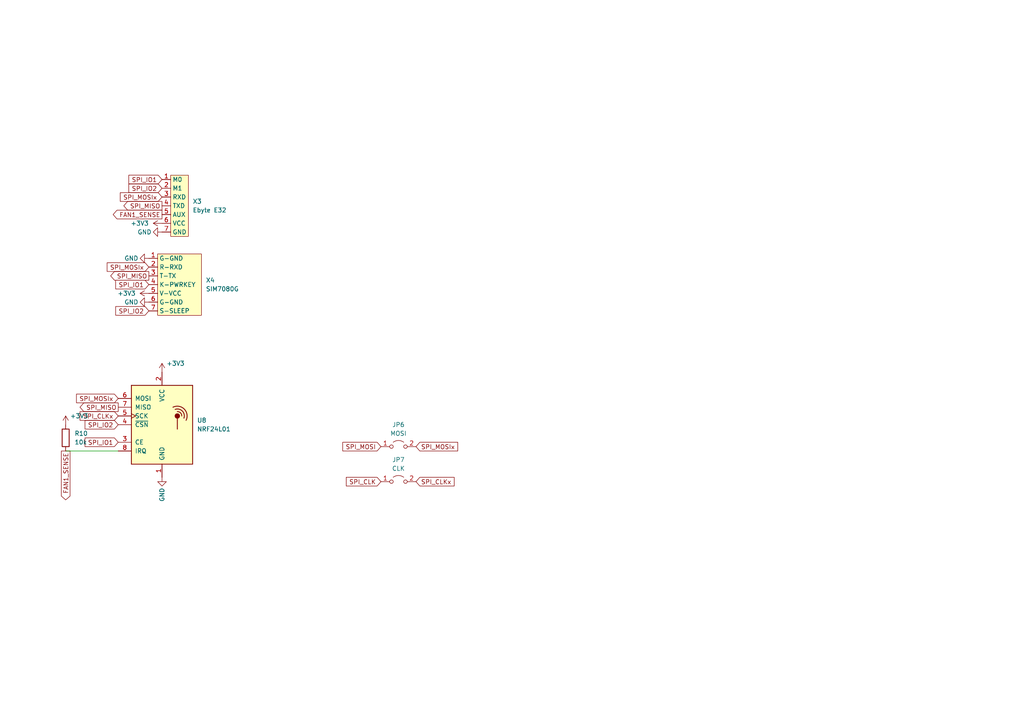
<source format=kicad_sch>
(kicad_sch (version 20230121) (generator eeschema)
  (paper "A4")
  (lib_symbols
    (symbol "Device:R" (pin_numbers hide) (pin_names (offset 0))
      (property "Reference" "R" (at 2.032 0 90))
      (property "Value" "R" (at 0 0 90))
      (symbol "R_0_1"
        (rectangle (start -1.016 -2.54) (end 1.016 2.54) (stroke (width 0.254)))
      )
      (symbol "R_1_1"
        (pin passive line (at 0 3.81 270) (length 1.27) (name "~") (number "1"))
        (pin passive line (at 0 -3.81 90) (length 1.27) (name "~") (number "2"))
      )
    )
    (symbol "Jumper:Jumper_2_Open" (pin_names (offset 0) hide)
      (property "Reference" "JP" (at 0 2.794 0))
      (property "Value" "Jumper_2_Open" (at 0 -2.286 0))
      (symbol "Jumper_2_Open_0_0"
        (circle (center -2.032 0) (radius 0.508))
        (circle (center 2.032 0) (radius 0.508))
      )
      (symbol "Jumper_2_Open_0_1"
        (arc (start 1.524 1.27) (mid 0 1.778) (end -1.524 1.27))
      )
      (symbol "Jumper_2_Open_1_1"
        (pin passive line (at -5.08 0 0) (length 2.54) (name "A") (number "1"))
        (pin passive line (at 5.08 0 180) (length 2.54) (name "B") (number "2"))
      )
    )
    (symbol "RF:NRF24L01_Breakout" (pin_names (offset 1.016))
      (property "Reference" "U" (at -8.89 12.7 0))
      (property "Value" "NRF24L01_Breakout" (at 3.81 12.7 0))
      (symbol "NRF24L01_Breakout_0_1"
        (rectangle (start -8.89 11.43) (end 8.89 -11.43) (stroke (width 0.254)) (fill (type background)))
        (polyline (pts (xy 4.445 1.905) (xy 4.445 -1.27)) (stroke (width 0.254)))
        (circle (center 4.445 2.54) (radius 0.635) (stroke (width 0.254)) (fill (type outline)))
        (arc (start 5.715 2.54) (mid 5.3521 3.4546) (end 4.445 3.81) (stroke (width 0.254)))
        (arc (start 6.35 1.905) (mid 5.8763 3.9854) (end 3.81 4.445) (stroke (width 0.254)))
        (arc (start 6.985 1.27) (mid 6.453 4.548) (end 3.175 5.08) (stroke (width 0.254)))
      )
      (symbol "NRF24L01_Breakout_1_1"
        (pin power_in line (at 0 -15.24 90) (length 3.81) (name "GND") (number "1"))
        (pin power_in line (at 0 15.24 270) (length 3.81) (name "VCC") (number "2"))
        (pin input line (at -12.7 -5.08 0) (length 3.81) (name "CE") (number "3"))
        (pin input line (at -12.7 0 0) (length 3.81) (name "~{CSN}") (number "4"))
        (pin input clock (at -12.7 2.54 0) (length 3.81) (name "SCK") (number "5"))
        (pin input line (at -12.7 7.62 0) (length 3.81) (name "MOSI") (number "6"))
        (pin output line (at -12.7 5.08 0) (length 3.81) (name "MISO") (number "7"))
        (pin output line (at -12.7 -7.62 0) (length 3.81) (name "IRQ") (number "8"))
      )
    )
    (symbol "liebler_MODULES:Ebyte-E32-900T20D"
      (property "Reference" "X" (at 0 10.16 0))
      (property "Value" "Ebyte-E32-900T20D" (at 0 12.7 0))
      (symbol "Ebyte-E32-900T20D_0_1"
        (rectangle (start -2.54 8.89) (end 2.54 -8.89) (fill (type background)))
      )
      (symbol "Ebyte-E32-900T20D_1_1"
        (pin input line (at -5.08 7.62 0) (length 2.54) (name "M0") (number "1"))
        (pin input line (at -5.08 5.08 0) (length 2.54) (name "M1") (number "2"))
        (pin input line (at -5.08 2.54 0) (length 2.54) (name "RXD") (number "3"))
        (pin output line (at -5.08 0 0) (length 2.54) (name "TXD") (number "4"))
        (pin output line (at -5.08 -2.54 0) (length 2.54) (name "AUX") (number "5"))
        (pin power_in line (at -5.08 -5.08 0) (length 2.54) (name "VCC") (number "6"))
        (pin power_in line (at -5.08 -7.62 0) (length 2.54) (name "GND") (number "7"))
      )
    )
    (symbol "liebler_MODULES:SIM7080G_AND_MODULE"
      (property "Reference" "X" (at 0 10.16 0))
      (property "Value" "SIM7080G_AND_MODULE" (at 0 12.7 0))
      (symbol "SIM7080G_AND_MODULE_0_1"
        (rectangle (start -6.35 8.89) (end 6.35 -8.89) (fill (type background)))
      )
      (symbol "SIM7080G_AND_MODULE_1_1"
        (pin power_in line (at -8.89 7.62 0) (length 2.54) (name "G-GND") (number "1"))
        (pin input line (at -8.89 5.08 0) (length 2.54) (name "R-RXD") (number "2"))
        (pin output line (at -8.89 2.54 0) (length 2.54) (name "T-TX") (number "3"))
        (pin input line (at -8.89 0 0) (length 2.54) (name "K-PWRKEY") (number "4"))
        (pin power_in line (at -8.89 -2.54 0) (length 2.54) (name "V-VCC") (number "5"))
        (pin power_in line (at -8.89 -5.08 0) (length 2.54) (name "G-GND") (number "6"))
        (pin power_in line (at -8.89 -7.62 0) (length 2.54) (name "S-SLEEP") (number "7"))
      )
    )
    (symbol "power:+3V3" (power) (pin_names (offset 0))
      (property "Value" "+3V3" (at 0 3.556 0))
      (symbol "+3V3_0_1"
        (polyline (pts (xy -0.762 1.27) (xy 0 2.54)))
        (polyline (pts (xy 0 0) (xy 0 2.54)))
        (polyline (pts (xy 0 2.54) (xy 0.762 1.27)))
      )
      (symbol "+3V3_1_1"
        (pin power_in line (at 0 0 90) (length 0) hide (name "+3V3") (number "1"))
      )
    )
    (symbol "power:GND" (power) (pin_names (offset 0))
      (property "Value" "GND" (at 0 -3.81 0))
      (symbol "GND_0_1"
        (polyline (pts (xy 0 0) (xy 0 -1.27) (xy 1.27 -1.27) (xy 0 -2.54) (xy -1.27 -1.27) (xy 0 -1.27)))
      )
      (symbol "GND_1_1"
        (pin power_in line (at 0 0 270) (length 0) hide (name "GND") (number "1"))
      )
    )
  )
  (wire (pts (xy 19.05 130.81) (xy 34.29 130.81)))
  (global_label "SPI_IO2" (shape input) (at 43.18 90.17 180) (property "Intersheetrefs" "${INTERSHEET_REFS}" (effects hide)))
  (global_label "SPI_MOSIx" (shape input) (at 34.29 115.57 180) (property "Intersheetrefs" "${INTERSHEET_REFS}" (effects hide)))
  (global_label "SPI_IO1" (shape input) (at 46.99 52.07 180) (property "Intersheetrefs" "${INTERSHEET_REFS}" (effects hide)))
  (global_label "SPI_MOSIx" (shape input) (at 120.65 129.54 0) (property "Intersheetrefs" "${INTERSHEET_REFS}" (effects hide)))
  (global_label "SPI_MISO" (shape output) (at 46.99 59.69 180) (property "Intersheetrefs" "${INTERSHEET_REFS}" (effects hide)))
  (global_label "SPI_IO1" (shape input) (at 34.29 128.27 180) (property "Intersheetrefs" "${INTERSHEET_REFS}" (effects hide)))
  (global_label "SPI_IO1" (shape input) (at 43.18 82.55 180) (property "Intersheetrefs" "${INTERSHEET_REFS}" (effects hide)))
  (global_label "SPI_MISO" (shape output) (at 43.18 80.01 180) (property "Intersheetrefs" "${INTERSHEET_REFS}" (effects hide)))
  (global_label "SPI_CLKx" (shape input) (at 120.65 139.7 0) (property "Intersheetrefs" "${INTERSHEET_REFS}" (effects hide)))
  (global_label "SPI_CLKx" (shape input) (at 34.29 120.65 180) (property "Intersheetrefs" "${INTERSHEET_REFS}" (effects hide)))
  (global_label "SPI_IO2" (shape input) (at 46.99 54.61 180) (property "Intersheetrefs" "${INTERSHEET_REFS}" (effects hide)))
  (global_label "FAN1_SENSE" (shape output) (at 19.05 130.81 270) (property "Intersheetrefs" "${INTERSHEET_REFS}" (effects hide)))
  (global_label "SPI_IO2" (shape input) (at 34.29 123.19 180) (property "Intersheetrefs" "${INTERSHEET_REFS}" (effects hide)))
  (global_label "SPI_CLK" (shape input) (at 110.49 139.7 180) (property "Intersheetrefs" "${INTERSHEET_REFS}" (effects hide)))
  (global_label "SPI_MOSIx" (shape input) (at 46.99 57.15 180) (property "Intersheetrefs" "${INTERSHEET_REFS}" (effects hide)))
  (global_label "SPI_MOSIx" (shape input) (at 43.18 77.47 180) (property "Intersheetrefs" "${INTERSHEET_REFS}" (effects hide)))
  (global_label "SPI_MISO" (shape output) (at 34.29 118.11 180) (property "Intersheetrefs" "${INTERSHEET_REFS}" (effects hide)))
  (global_label "FAN1_SENSE" (shape output) (at 46.99 62.23 180) (property "Intersheetrefs" "${INTERSHEET_REFS}" (effects hide)))
  (global_label "SPI_MOSI" (shape input) (at 110.49 129.54 180) (property "Intersheetrefs" "${INTERSHEET_REFS}" (effects hide)))
  (symbol (lib_id "RF:NRF24L01_Breakout") (at 46.99 123.19 0) (unit 1)
    (property "Reference" "U8" (at 57.15 121.9199 0) (effects (justify left)))
    (property "Value" "NRF24L01" (at 57.15 124.4599 0) (effects (justify left)))
    (property "Footprint" "RF_Module:nRF24L01_Breakout" (effects hide))
    (property "Datasheet" "http://www.nordicsemi.com/eng/content/download/2730/34105/file/nRF24L01_Product_Specification_v2_0.pdf" (effects hide))
  )
  (symbol (lib_id "power:GND") (at 46.99 67.31 270) (unit 1)
    (property "Reference" "#PWR078" (effects hide))
    (property "Value" "GND" (at 41.91 67.31 90))
  )
  (symbol (lib_id "power:+3V3") (at 46.99 64.77 90) (unit 1)
    (property "Reference" "#PWR0111" (effects hide))
    (property "Value" "+3V3" (at 43.18 64.77 90) (effects (justify left)))
  )
  (symbol (lib_id "liebler_MODULES:Ebyte-E32-900T20D") (at 52.07 59.69 0) (unit 1)
    (property "Reference" "X3" (at 55.88 58.4199 0) (effects (justify left)))
    (property "Value" "Ebyte E32" (at 55.88 60.9599 0) (effects (justify left)))
    (property "Footprint" "liebler_MODULES:Ebyte-E32-900T20D" (effects hide))
  )
  (symbol (lib_id "power:+3V3") (at 43.18 85.09 90) (unit 1)
    (property "Reference" "#PWR052" (effects hide))
    (property "Value" "+3V3" (at 39.37 85.09 90) (effects (justify left)))
  )
  (symbol (lib_id "liebler_MODULES:SIM7080G_AND_MODULE") (at 52.07 82.55 0) (unit 1)
    (property "Reference" "X4" (at 59.69 81.2799 0) (effects (justify left)))
    (property "Value" "SIM7080G" (at 59.69 83.8199 0) (effects (justify left)))
    (property "Footprint" "liebler_MODULES:SIM7080G_AND_MODULE" (effects hide))
  )
  (symbol (lib_id "power:GND") (at 46.99 138.43 0) (unit 1)
    (property "Reference" "#PWR080" (effects hide))
    (property "Value" "GND" (at 46.99 143.51 90))
  )
  (symbol (lib_id "power:GND") (at 43.18 87.63 270) (unit 1)
    (property "Reference" "#PWR069" (effects hide))
    (property "Value" "GND" (at 38.1 87.63 90))
  )
  (symbol (lib_id "power:+3V3") (at 19.05 123.19 0) (unit 1)
    (property "Reference" "#PWR0110" (effects hide))
    (property "Value" "+3V3" (at 20.32 120.65 0) (effects (justify left)))
  )
  (symbol (lib_id "power:GND") (at 43.18 74.93 270) (unit 1)
    (property "Reference" "#PWR051" (effects hide))
    (property "Value" "GND" (at 38.1 74.93 90))
  )
  (symbol (lib_id "Device:R") (at 19.05 127 0) (unit 1)
    (property "Reference" "R10" (at 21.59 125.7299 0) (effects (justify left)))
    (property "Value" "10k" (at 21.59 128.2699 0) (effects (justify left)))
    (property "Footprint" "Resistor_SMD:R_0402_1005Metric" (effects hide))
  )
  (symbol (lib_id "Jumper:Jumper_2_Open") (at 115.57 129.54 0) (unit 1)
    (property "Reference" "JP6" (at 115.57 123.19 0))
    (property "Value" "MOSI" (at 115.57 125.73 0))
    (property "Footprint" "Jumper:SolderJumper-2_P1.3mm_Open_RoundedPad1.0x1.5mm" (effects hide))
  )
  (symbol (lib_id "power:+3V3") (at 46.99 107.95 0) (unit 1)
    (property "Reference" "#PWR079" (effects hide))
    (property "Value" "+3V3" (at 48.26 105.41 0) (effects (justify left)))
  )
  (symbol (lib_id "Jumper:Jumper_2_Open") (at 115.57 139.7 0) (unit 1)
    (property "Reference" "JP7" (at 115.57 133.35 0))
    (property "Value" "CLK" (at 115.57 135.89 0))
    (property "Footprint" "Jumper:SolderJumper-2_P1.3mm_Open_RoundedPad1.0x1.5mm" (effects hide))
  )
)
</source>
